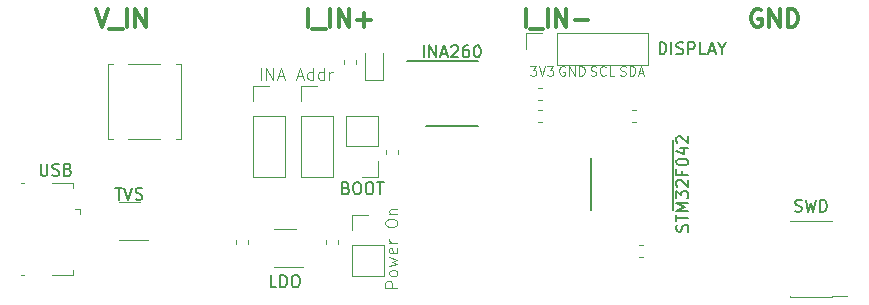
<source format=gbr>
G04 #@! TF.GenerationSoftware,KiCad,Pcbnew,(5.0.1-3-g963ef8bb5)*
G04 #@! TF.CreationDate,2018-11-12T01:28:12+01:00*
G04 #@! TF.ProjectId,MCUmeter,4D43556D657465722E6B696361645F70,rev?*
G04 #@! TF.SameCoordinates,Original*
G04 #@! TF.FileFunction,Legend,Top*
G04 #@! TF.FilePolarity,Positive*
%FSLAX46Y46*%
G04 Gerber Fmt 4.6, Leading zero omitted, Abs format (unit mm)*
G04 Created by KiCad (PCBNEW (5.0.1-3-g963ef8bb5)) date 2018 November 12, Monday 01:28:12*
%MOMM*%
%LPD*%
G01*
G04 APERTURE LIST*
%ADD10C,0.100000*%
%ADD11C,0.300000*%
%ADD12C,0.120000*%
%ADD13C,0.150000*%
G04 APERTURE END LIST*
D10*
X108275809Y-65476380D02*
X108275809Y-64476380D01*
X108752000Y-65476380D02*
X108752000Y-64476380D01*
X109323428Y-65476380D01*
X109323428Y-64476380D01*
X109752000Y-65190666D02*
X110228190Y-65190666D01*
X109656761Y-65476380D02*
X109990095Y-64476380D01*
X110323428Y-65476380D01*
X111371047Y-65190666D02*
X111847238Y-65190666D01*
X111275809Y-65476380D02*
X111609142Y-64476380D01*
X111942476Y-65476380D01*
X112704380Y-65476380D02*
X112704380Y-64476380D01*
X112704380Y-65428761D02*
X112609142Y-65476380D01*
X112418666Y-65476380D01*
X112323428Y-65428761D01*
X112275809Y-65381142D01*
X112228190Y-65285904D01*
X112228190Y-65000190D01*
X112275809Y-64904952D01*
X112323428Y-64857333D01*
X112418666Y-64809714D01*
X112609142Y-64809714D01*
X112704380Y-64857333D01*
X113609142Y-65476380D02*
X113609142Y-64476380D01*
X113609142Y-65428761D02*
X113513904Y-65476380D01*
X113323428Y-65476380D01*
X113228190Y-65428761D01*
X113180571Y-65381142D01*
X113132952Y-65285904D01*
X113132952Y-65000190D01*
X113180571Y-64904952D01*
X113228190Y-64857333D01*
X113323428Y-64809714D01*
X113513904Y-64809714D01*
X113609142Y-64857333D01*
X114085333Y-65476380D02*
X114085333Y-64809714D01*
X114085333Y-65000190D02*
X114132952Y-64904952D01*
X114180571Y-64857333D01*
X114275809Y-64809714D01*
X114371047Y-64809714D01*
X119832380Y-83089333D02*
X118832380Y-83089333D01*
X118832380Y-82708380D01*
X118880000Y-82613142D01*
X118927619Y-82565523D01*
X119022857Y-82517904D01*
X119165714Y-82517904D01*
X119260952Y-82565523D01*
X119308571Y-82613142D01*
X119356190Y-82708380D01*
X119356190Y-83089333D01*
X119832380Y-81946476D02*
X119784761Y-82041714D01*
X119737142Y-82089333D01*
X119641904Y-82136952D01*
X119356190Y-82136952D01*
X119260952Y-82089333D01*
X119213333Y-82041714D01*
X119165714Y-81946476D01*
X119165714Y-81803619D01*
X119213333Y-81708380D01*
X119260952Y-81660761D01*
X119356190Y-81613142D01*
X119641904Y-81613142D01*
X119737142Y-81660761D01*
X119784761Y-81708380D01*
X119832380Y-81803619D01*
X119832380Y-81946476D01*
X119165714Y-81279809D02*
X119832380Y-81089333D01*
X119356190Y-80898857D01*
X119832380Y-80708380D01*
X119165714Y-80517904D01*
X119784761Y-79756000D02*
X119832380Y-79851238D01*
X119832380Y-80041714D01*
X119784761Y-80136952D01*
X119689523Y-80184571D01*
X119308571Y-80184571D01*
X119213333Y-80136952D01*
X119165714Y-80041714D01*
X119165714Y-79851238D01*
X119213333Y-79756000D01*
X119308571Y-79708380D01*
X119403809Y-79708380D01*
X119499047Y-80184571D01*
X119832380Y-79279809D02*
X119165714Y-79279809D01*
X119356190Y-79279809D02*
X119260952Y-79232190D01*
X119213333Y-79184571D01*
X119165714Y-79089333D01*
X119165714Y-78994095D01*
X118832380Y-77708380D02*
X118832380Y-77517904D01*
X118880000Y-77422666D01*
X118975238Y-77327428D01*
X119165714Y-77279809D01*
X119499047Y-77279809D01*
X119689523Y-77327428D01*
X119784761Y-77422666D01*
X119832380Y-77517904D01*
X119832380Y-77708380D01*
X119784761Y-77803619D01*
X119689523Y-77898857D01*
X119499047Y-77946476D01*
X119165714Y-77946476D01*
X118975238Y-77898857D01*
X118880000Y-77803619D01*
X118832380Y-77708380D01*
X119165714Y-76851238D02*
X119832380Y-76851238D01*
X119260952Y-76851238D02*
X119213333Y-76803619D01*
X119165714Y-76708380D01*
X119165714Y-76565523D01*
X119213333Y-76470285D01*
X119308571Y-76422666D01*
X119832380Y-76422666D01*
X138728571Y-65093809D02*
X138842857Y-65131904D01*
X139033333Y-65131904D01*
X139109523Y-65093809D01*
X139147619Y-65055714D01*
X139185714Y-64979523D01*
X139185714Y-64903333D01*
X139147619Y-64827142D01*
X139109523Y-64789047D01*
X139033333Y-64750952D01*
X138880952Y-64712857D01*
X138804761Y-64674761D01*
X138766666Y-64636666D01*
X138728571Y-64560476D01*
X138728571Y-64484285D01*
X138766666Y-64408095D01*
X138804761Y-64370000D01*
X138880952Y-64331904D01*
X139071428Y-64331904D01*
X139185714Y-64370000D01*
X139528571Y-65131904D02*
X139528571Y-64331904D01*
X139719047Y-64331904D01*
X139833333Y-64370000D01*
X139909523Y-64446190D01*
X139947619Y-64522380D01*
X139985714Y-64674761D01*
X139985714Y-64789047D01*
X139947619Y-64941428D01*
X139909523Y-65017619D01*
X139833333Y-65093809D01*
X139719047Y-65131904D01*
X139528571Y-65131904D01*
X140290476Y-64903333D02*
X140671428Y-64903333D01*
X140214285Y-65131904D02*
X140480952Y-64331904D01*
X140747619Y-65131904D01*
X136207619Y-65093809D02*
X136321904Y-65131904D01*
X136512380Y-65131904D01*
X136588571Y-65093809D01*
X136626666Y-65055714D01*
X136664761Y-64979523D01*
X136664761Y-64903333D01*
X136626666Y-64827142D01*
X136588571Y-64789047D01*
X136512380Y-64750952D01*
X136360000Y-64712857D01*
X136283809Y-64674761D01*
X136245714Y-64636666D01*
X136207619Y-64560476D01*
X136207619Y-64484285D01*
X136245714Y-64408095D01*
X136283809Y-64370000D01*
X136360000Y-64331904D01*
X136550476Y-64331904D01*
X136664761Y-64370000D01*
X137464761Y-65055714D02*
X137426666Y-65093809D01*
X137312380Y-65131904D01*
X137236190Y-65131904D01*
X137121904Y-65093809D01*
X137045714Y-65017619D01*
X137007619Y-64941428D01*
X136969523Y-64789047D01*
X136969523Y-64674761D01*
X137007619Y-64522380D01*
X137045714Y-64446190D01*
X137121904Y-64370000D01*
X137236190Y-64331904D01*
X137312380Y-64331904D01*
X137426666Y-64370000D01*
X137464761Y-64408095D01*
X138188571Y-65131904D02*
X137807619Y-65131904D01*
X137807619Y-64331904D01*
X134010476Y-64370000D02*
X133934285Y-64331904D01*
X133820000Y-64331904D01*
X133705714Y-64370000D01*
X133629523Y-64446190D01*
X133591428Y-64522380D01*
X133553333Y-64674761D01*
X133553333Y-64789047D01*
X133591428Y-64941428D01*
X133629523Y-65017619D01*
X133705714Y-65093809D01*
X133820000Y-65131904D01*
X133896190Y-65131904D01*
X134010476Y-65093809D01*
X134048571Y-65055714D01*
X134048571Y-64789047D01*
X133896190Y-64789047D01*
X134391428Y-65131904D02*
X134391428Y-64331904D01*
X134848571Y-65131904D01*
X134848571Y-64331904D01*
X135229523Y-65131904D02*
X135229523Y-64331904D01*
X135420000Y-64331904D01*
X135534285Y-64370000D01*
X135610476Y-64446190D01*
X135648571Y-64522380D01*
X135686666Y-64674761D01*
X135686666Y-64789047D01*
X135648571Y-64941428D01*
X135610476Y-65017619D01*
X135534285Y-65093809D01*
X135420000Y-65131904D01*
X135229523Y-65131904D01*
X131089523Y-64331904D02*
X131584761Y-64331904D01*
X131318095Y-64636666D01*
X131432380Y-64636666D01*
X131508571Y-64674761D01*
X131546666Y-64712857D01*
X131584761Y-64789047D01*
X131584761Y-64979523D01*
X131546666Y-65055714D01*
X131508571Y-65093809D01*
X131432380Y-65131904D01*
X131203809Y-65131904D01*
X131127619Y-65093809D01*
X131089523Y-65055714D01*
X131813333Y-64331904D02*
X132080000Y-65131904D01*
X132346666Y-64331904D01*
X132537142Y-64331904D02*
X133032380Y-64331904D01*
X132765714Y-64636666D01*
X132880000Y-64636666D01*
X132956190Y-64674761D01*
X132994285Y-64712857D01*
X133032380Y-64789047D01*
X133032380Y-64979523D01*
X132994285Y-65055714D01*
X132956190Y-65093809D01*
X132880000Y-65131904D01*
X132651428Y-65131904D01*
X132575238Y-65093809D01*
X132537142Y-65055714D01*
D11*
X150622142Y-59575000D02*
X150479285Y-59503571D01*
X150265000Y-59503571D01*
X150050714Y-59575000D01*
X149907857Y-59717857D01*
X149836428Y-59860714D01*
X149765000Y-60146428D01*
X149765000Y-60360714D01*
X149836428Y-60646428D01*
X149907857Y-60789285D01*
X150050714Y-60932142D01*
X150265000Y-61003571D01*
X150407857Y-61003571D01*
X150622142Y-60932142D01*
X150693571Y-60860714D01*
X150693571Y-60360714D01*
X150407857Y-60360714D01*
X151336428Y-61003571D02*
X151336428Y-59503571D01*
X152193571Y-61003571D01*
X152193571Y-59503571D01*
X152907857Y-61003571D02*
X152907857Y-59503571D01*
X153265000Y-59503571D01*
X153479285Y-59575000D01*
X153622142Y-59717857D01*
X153693571Y-59860714D01*
X153765000Y-60146428D01*
X153765000Y-60360714D01*
X153693571Y-60646428D01*
X153622142Y-60789285D01*
X153479285Y-60932142D01*
X153265000Y-61003571D01*
X152907857Y-61003571D01*
X130707142Y-61003571D02*
X130707142Y-59503571D01*
X131064285Y-61146428D02*
X132207142Y-61146428D01*
X132564285Y-61003571D02*
X132564285Y-59503571D01*
X133278571Y-61003571D02*
X133278571Y-59503571D01*
X134135714Y-61003571D01*
X134135714Y-59503571D01*
X134850000Y-60432142D02*
X135992857Y-60432142D01*
X112292142Y-61003571D02*
X112292142Y-59503571D01*
X112649285Y-61146428D02*
X113792142Y-61146428D01*
X114149285Y-61003571D02*
X114149285Y-59503571D01*
X114863571Y-61003571D02*
X114863571Y-59503571D01*
X115720714Y-61003571D01*
X115720714Y-59503571D01*
X116435000Y-60432142D02*
X117577857Y-60432142D01*
X117006428Y-61003571D02*
X117006428Y-59860714D01*
X94305714Y-59503571D02*
X94805714Y-61003571D01*
X95305714Y-59503571D01*
X95448571Y-61146428D02*
X96591428Y-61146428D01*
X96948571Y-61003571D02*
X96948571Y-59503571D01*
X97662857Y-61003571D02*
X97662857Y-59503571D01*
X98520000Y-61003571D01*
X98520000Y-59503571D01*
D12*
G04 #@! TO.C,J6*
X111700000Y-65980000D02*
X113030000Y-65980000D01*
X111700000Y-67310000D02*
X111700000Y-65980000D01*
X111700000Y-68580000D02*
X114360000Y-68580000D01*
X114360000Y-68580000D02*
X114360000Y-73720000D01*
X111700000Y-68580000D02*
X111700000Y-73720000D01*
X111700000Y-73720000D02*
X114360000Y-73720000D01*
G04 #@! TO.C,J5*
X107636000Y-73720000D02*
X110296000Y-73720000D01*
X107636000Y-68580000D02*
X107636000Y-73720000D01*
X110296000Y-68580000D02*
X110296000Y-73720000D01*
X107636000Y-68580000D02*
X110296000Y-68580000D01*
X107636000Y-67310000D02*
X107636000Y-65980000D01*
X107636000Y-65980000D02*
X108966000Y-65980000D01*
G04 #@! TO.C,J9*
X116018000Y-82102000D02*
X118678000Y-82102000D01*
X116018000Y-79502000D02*
X116018000Y-82102000D01*
X118678000Y-79502000D02*
X118678000Y-82102000D01*
X116018000Y-79502000D02*
X118678000Y-79502000D01*
X116018000Y-78232000D02*
X116018000Y-76902000D01*
X116018000Y-76902000D02*
X117348000Y-76902000D01*
G04 #@! TO.C,C1*
X114810000Y-79385279D02*
X114810000Y-79059721D01*
X113790000Y-79385279D02*
X113790000Y-79059721D01*
G04 #@! TO.C,C2*
X139689721Y-68070000D02*
X140015279Y-68070000D01*
X139689721Y-69090000D02*
X140015279Y-69090000D01*
G04 #@! TO.C,C3*
X140324721Y-80520000D02*
X140650279Y-80520000D01*
X140324721Y-79500000D02*
X140650279Y-79500000D01*
G04 #@! TO.C,C4*
X106170000Y-79385279D02*
X106170000Y-79059721D01*
X107190000Y-79385279D02*
X107190000Y-79059721D01*
G04 #@! TO.C,C5*
X131764721Y-66165000D02*
X132090279Y-66165000D01*
X131764721Y-67185000D02*
X132090279Y-67185000D01*
G04 #@! TO.C,C6*
X131764721Y-69090000D02*
X132090279Y-69090000D01*
X131764721Y-68070000D02*
X132090279Y-68070000D01*
G04 #@! TO.C,D1*
X117121000Y-63182500D02*
X117121000Y-65467500D01*
X117121000Y-65467500D02*
X118591000Y-65467500D01*
X118591000Y-65467500D02*
X118591000Y-63182500D01*
G04 #@! TO.C,SWD*
X156623000Y-83880000D02*
X153093000Y-83880000D01*
X156623000Y-77410000D02*
X153093000Y-77410000D01*
X157948000Y-83815000D02*
X156623000Y-83815000D01*
X156623000Y-83880000D02*
X156623000Y-83815000D01*
X153093000Y-83880000D02*
X153093000Y-83815000D01*
X156623000Y-77475000D02*
X156623000Y-77410000D01*
X153093000Y-77475000D02*
X153093000Y-77410000D01*
G04 #@! TO.C,USB*
X92408000Y-74205000D02*
X92408000Y-74655000D01*
X90558000Y-74205000D02*
X92408000Y-74205000D01*
X88008000Y-82005000D02*
X88258000Y-82005000D01*
X88008000Y-74205000D02*
X88258000Y-74205000D01*
X90558000Y-82005000D02*
X92408000Y-82005000D01*
X92408000Y-82005000D02*
X92408000Y-81555000D01*
X92958000Y-76405000D02*
X92958000Y-76855000D01*
X92958000Y-76405000D02*
X92508000Y-76405000D01*
G04 #@! TO.C,R1*
X118870000Y-71439721D02*
X118870000Y-71765279D01*
X119890000Y-71439721D02*
X119890000Y-71765279D01*
G04 #@! TO.C,R2*
X116334000Y-63819721D02*
X116334000Y-64145279D01*
X115314000Y-63819721D02*
X115314000Y-64145279D01*
G04 #@! TO.C,SW1*
X95775000Y-64160000D02*
X95325000Y-64160000D01*
X95325000Y-64160000D02*
X95325000Y-70460000D01*
X95325000Y-70460000D02*
X95725000Y-70460000D01*
X97075000Y-64160000D02*
X99775000Y-64160000D01*
X99775000Y-70460000D02*
X97075000Y-70460000D01*
X101525000Y-64160000D02*
X101525000Y-70460000D01*
X101525000Y-70460000D02*
X101075000Y-70460000D01*
X101075000Y-64160000D02*
X101525000Y-64160000D01*
G04 #@! TO.C,LDO*
X111220000Y-78080000D02*
X109420000Y-78080000D01*
X109420000Y-81300000D02*
X111870000Y-81300000D01*
D13*
G04 #@! TO.C,STM32F042*
X136250000Y-72070000D02*
X136250000Y-76520000D01*
X143150000Y-70545000D02*
X143150000Y-76520000D01*
D12*
G04 #@! TO.C,TVS*
X98055000Y-75860000D02*
X96255000Y-75860000D01*
X96255000Y-79080000D02*
X98705000Y-79080000D01*
D13*
G04 #@! TO.C,INA260*
X122260000Y-69400000D02*
X126660000Y-69400000D01*
X120685000Y-63875000D02*
X126660000Y-63875000D01*
D12*
G04 #@! TO.C,DISPLAY*
X133350000Y-64195000D02*
X133350000Y-61535000D01*
X133350000Y-64195000D02*
X141030000Y-64195000D01*
X141030000Y-64195000D02*
X141030000Y-61535000D01*
X133350000Y-61535000D02*
X141030000Y-61535000D01*
X130750000Y-61535000D02*
X132080000Y-61535000D01*
X130750000Y-62865000D02*
X130750000Y-61535000D01*
G04 #@! TO.C,BOOT*
X118170000Y-68520000D02*
X115510000Y-68520000D01*
X118170000Y-71120000D02*
X118170000Y-68520000D01*
X115510000Y-71120000D02*
X115510000Y-68520000D01*
X118170000Y-71120000D02*
X115510000Y-71120000D01*
X118170000Y-72390000D02*
X118170000Y-73720000D01*
X118170000Y-73720000D02*
X116840000Y-73720000D01*
G04 #@! TO.C,SWD*
D13*
X153500857Y-76604761D02*
X153643714Y-76652380D01*
X153881809Y-76652380D01*
X153977047Y-76604761D01*
X154024666Y-76557142D01*
X154072285Y-76461904D01*
X154072285Y-76366666D01*
X154024666Y-76271428D01*
X153977047Y-76223809D01*
X153881809Y-76176190D01*
X153691333Y-76128571D01*
X153596095Y-76080952D01*
X153548476Y-76033333D01*
X153500857Y-75938095D01*
X153500857Y-75842857D01*
X153548476Y-75747619D01*
X153596095Y-75700000D01*
X153691333Y-75652380D01*
X153929428Y-75652380D01*
X154072285Y-75700000D01*
X154405619Y-75652380D02*
X154643714Y-76652380D01*
X154834190Y-75938095D01*
X155024666Y-76652380D01*
X155262761Y-75652380D01*
X155643714Y-76652380D02*
X155643714Y-75652380D01*
X155881809Y-75652380D01*
X156024666Y-75700000D01*
X156119904Y-75795238D01*
X156167523Y-75890476D01*
X156215142Y-76080952D01*
X156215142Y-76223809D01*
X156167523Y-76414285D01*
X156119904Y-76509523D01*
X156024666Y-76604761D01*
X155881809Y-76652380D01*
X155643714Y-76652380D01*
G04 #@! TO.C,USB*
X89637595Y-72604380D02*
X89637595Y-73413904D01*
X89685214Y-73509142D01*
X89732833Y-73556761D01*
X89828071Y-73604380D01*
X90018547Y-73604380D01*
X90113785Y-73556761D01*
X90161404Y-73509142D01*
X90209023Y-73413904D01*
X90209023Y-72604380D01*
X90637595Y-73556761D02*
X90780452Y-73604380D01*
X91018547Y-73604380D01*
X91113785Y-73556761D01*
X91161404Y-73509142D01*
X91209023Y-73413904D01*
X91209023Y-73318666D01*
X91161404Y-73223428D01*
X91113785Y-73175809D01*
X91018547Y-73128190D01*
X90828071Y-73080571D01*
X90732833Y-73032952D01*
X90685214Y-72985333D01*
X90637595Y-72890095D01*
X90637595Y-72794857D01*
X90685214Y-72699619D01*
X90732833Y-72652000D01*
X90828071Y-72604380D01*
X91066166Y-72604380D01*
X91209023Y-72652000D01*
X91970928Y-73080571D02*
X92113785Y-73128190D01*
X92161404Y-73175809D01*
X92209023Y-73271047D01*
X92209023Y-73413904D01*
X92161404Y-73509142D01*
X92113785Y-73556761D01*
X92018547Y-73604380D01*
X91637595Y-73604380D01*
X91637595Y-72604380D01*
X91970928Y-72604380D01*
X92066166Y-72652000D01*
X92113785Y-72699619D01*
X92161404Y-72794857D01*
X92161404Y-72890095D01*
X92113785Y-72985333D01*
X92066166Y-73032952D01*
X91970928Y-73080571D01*
X91637595Y-73080571D01*
G04 #@! TO.C,LDO*
X109605714Y-83042380D02*
X109129523Y-83042380D01*
X109129523Y-82042380D01*
X109939047Y-83042380D02*
X109939047Y-82042380D01*
X110177142Y-82042380D01*
X110320000Y-82090000D01*
X110415238Y-82185238D01*
X110462857Y-82280476D01*
X110510476Y-82470952D01*
X110510476Y-82613809D01*
X110462857Y-82804285D01*
X110415238Y-82899523D01*
X110320000Y-82994761D01*
X110177142Y-83042380D01*
X109939047Y-83042380D01*
X111129523Y-82042380D02*
X111320000Y-82042380D01*
X111415238Y-82090000D01*
X111510476Y-82185238D01*
X111558095Y-82375714D01*
X111558095Y-82709047D01*
X111510476Y-82899523D01*
X111415238Y-82994761D01*
X111320000Y-83042380D01*
X111129523Y-83042380D01*
X111034285Y-82994761D01*
X110939047Y-82899523D01*
X110891428Y-82709047D01*
X110891428Y-82375714D01*
X110939047Y-82185238D01*
X111034285Y-82090000D01*
X111129523Y-82042380D01*
G04 #@! TO.C,STM32F042*
X144404761Y-78342619D02*
X144452380Y-78199761D01*
X144452380Y-77961666D01*
X144404761Y-77866428D01*
X144357142Y-77818809D01*
X144261904Y-77771190D01*
X144166666Y-77771190D01*
X144071428Y-77818809D01*
X144023809Y-77866428D01*
X143976190Y-77961666D01*
X143928571Y-78152142D01*
X143880952Y-78247380D01*
X143833333Y-78295000D01*
X143738095Y-78342619D01*
X143642857Y-78342619D01*
X143547619Y-78295000D01*
X143500000Y-78247380D01*
X143452380Y-78152142D01*
X143452380Y-77914047D01*
X143500000Y-77771190D01*
X143452380Y-77485476D02*
X143452380Y-76914047D01*
X144452380Y-77199761D02*
X143452380Y-77199761D01*
X144452380Y-76580714D02*
X143452380Y-76580714D01*
X144166666Y-76247380D01*
X143452380Y-75914047D01*
X144452380Y-75914047D01*
X143452380Y-75533095D02*
X143452380Y-74914047D01*
X143833333Y-75247380D01*
X143833333Y-75104523D01*
X143880952Y-75009285D01*
X143928571Y-74961666D01*
X144023809Y-74914047D01*
X144261904Y-74914047D01*
X144357142Y-74961666D01*
X144404761Y-75009285D01*
X144452380Y-75104523D01*
X144452380Y-75390238D01*
X144404761Y-75485476D01*
X144357142Y-75533095D01*
X143547619Y-74533095D02*
X143500000Y-74485476D01*
X143452380Y-74390238D01*
X143452380Y-74152142D01*
X143500000Y-74056904D01*
X143547619Y-74009285D01*
X143642857Y-73961666D01*
X143738095Y-73961666D01*
X143880952Y-74009285D01*
X144452380Y-74580714D01*
X144452380Y-73961666D01*
X143928571Y-73199761D02*
X143928571Y-73533095D01*
X144452380Y-73533095D02*
X143452380Y-73533095D01*
X143452380Y-73056904D01*
X143452380Y-72485476D02*
X143452380Y-72390238D01*
X143500000Y-72295000D01*
X143547619Y-72247380D01*
X143642857Y-72199761D01*
X143833333Y-72152142D01*
X144071428Y-72152142D01*
X144261904Y-72199761D01*
X144357142Y-72247380D01*
X144404761Y-72295000D01*
X144452380Y-72390238D01*
X144452380Y-72485476D01*
X144404761Y-72580714D01*
X144357142Y-72628333D01*
X144261904Y-72675952D01*
X144071428Y-72723571D01*
X143833333Y-72723571D01*
X143642857Y-72675952D01*
X143547619Y-72628333D01*
X143500000Y-72580714D01*
X143452380Y-72485476D01*
X143785714Y-71295000D02*
X144452380Y-71295000D01*
X143404761Y-71533095D02*
X144119047Y-71771190D01*
X144119047Y-71152142D01*
X143547619Y-70818809D02*
X143500000Y-70771190D01*
X143452380Y-70675952D01*
X143452380Y-70437857D01*
X143500000Y-70342619D01*
X143547619Y-70295000D01*
X143642857Y-70247380D01*
X143738095Y-70247380D01*
X143880952Y-70295000D01*
X144452380Y-70866428D01*
X144452380Y-70247380D01*
G04 #@! TO.C,TVS*
X95964523Y-74636380D02*
X96535952Y-74636380D01*
X96250238Y-75636380D02*
X96250238Y-74636380D01*
X96726428Y-74636380D02*
X97059761Y-75636380D01*
X97393095Y-74636380D01*
X97678809Y-75588761D02*
X97821666Y-75636380D01*
X98059761Y-75636380D01*
X98155000Y-75588761D01*
X98202619Y-75541142D01*
X98250238Y-75445904D01*
X98250238Y-75350666D01*
X98202619Y-75255428D01*
X98155000Y-75207809D01*
X98059761Y-75160190D01*
X97869285Y-75112571D01*
X97774047Y-75064952D01*
X97726428Y-75017333D01*
X97678809Y-74922095D01*
X97678809Y-74826857D01*
X97726428Y-74731619D01*
X97774047Y-74684000D01*
X97869285Y-74636380D01*
X98107380Y-74636380D01*
X98250238Y-74684000D01*
G04 #@! TO.C,INA260*
X122079047Y-63577380D02*
X122079047Y-62577380D01*
X122555238Y-63577380D02*
X122555238Y-62577380D01*
X123126666Y-63577380D01*
X123126666Y-62577380D01*
X123555238Y-63291666D02*
X124031428Y-63291666D01*
X123460000Y-63577380D02*
X123793333Y-62577380D01*
X124126666Y-63577380D01*
X124412380Y-62672619D02*
X124460000Y-62625000D01*
X124555238Y-62577380D01*
X124793333Y-62577380D01*
X124888571Y-62625000D01*
X124936190Y-62672619D01*
X124983809Y-62767857D01*
X124983809Y-62863095D01*
X124936190Y-63005952D01*
X124364761Y-63577380D01*
X124983809Y-63577380D01*
X125840952Y-62577380D02*
X125650476Y-62577380D01*
X125555238Y-62625000D01*
X125507619Y-62672619D01*
X125412380Y-62815476D01*
X125364761Y-63005952D01*
X125364761Y-63386904D01*
X125412380Y-63482142D01*
X125460000Y-63529761D01*
X125555238Y-63577380D01*
X125745714Y-63577380D01*
X125840952Y-63529761D01*
X125888571Y-63482142D01*
X125936190Y-63386904D01*
X125936190Y-63148809D01*
X125888571Y-63053571D01*
X125840952Y-63005952D01*
X125745714Y-62958333D01*
X125555238Y-62958333D01*
X125460000Y-63005952D01*
X125412380Y-63053571D01*
X125364761Y-63148809D01*
X126555238Y-62577380D02*
X126650476Y-62577380D01*
X126745714Y-62625000D01*
X126793333Y-62672619D01*
X126840952Y-62767857D01*
X126888571Y-62958333D01*
X126888571Y-63196428D01*
X126840952Y-63386904D01*
X126793333Y-63482142D01*
X126745714Y-63529761D01*
X126650476Y-63577380D01*
X126555238Y-63577380D01*
X126460000Y-63529761D01*
X126412380Y-63482142D01*
X126364761Y-63386904D01*
X126317142Y-63196428D01*
X126317142Y-62958333D01*
X126364761Y-62767857D01*
X126412380Y-62672619D01*
X126460000Y-62625000D01*
X126555238Y-62577380D01*
G04 #@! TO.C,DISPLAY*
X142041904Y-63317380D02*
X142041904Y-62317380D01*
X142280000Y-62317380D01*
X142422857Y-62365000D01*
X142518095Y-62460238D01*
X142565714Y-62555476D01*
X142613333Y-62745952D01*
X142613333Y-62888809D01*
X142565714Y-63079285D01*
X142518095Y-63174523D01*
X142422857Y-63269761D01*
X142280000Y-63317380D01*
X142041904Y-63317380D01*
X143041904Y-63317380D02*
X143041904Y-62317380D01*
X143470476Y-63269761D02*
X143613333Y-63317380D01*
X143851428Y-63317380D01*
X143946666Y-63269761D01*
X143994285Y-63222142D01*
X144041904Y-63126904D01*
X144041904Y-63031666D01*
X143994285Y-62936428D01*
X143946666Y-62888809D01*
X143851428Y-62841190D01*
X143660952Y-62793571D01*
X143565714Y-62745952D01*
X143518095Y-62698333D01*
X143470476Y-62603095D01*
X143470476Y-62507857D01*
X143518095Y-62412619D01*
X143565714Y-62365000D01*
X143660952Y-62317380D01*
X143899047Y-62317380D01*
X144041904Y-62365000D01*
X144470476Y-63317380D02*
X144470476Y-62317380D01*
X144851428Y-62317380D01*
X144946666Y-62365000D01*
X144994285Y-62412619D01*
X145041904Y-62507857D01*
X145041904Y-62650714D01*
X144994285Y-62745952D01*
X144946666Y-62793571D01*
X144851428Y-62841190D01*
X144470476Y-62841190D01*
X145946666Y-63317380D02*
X145470476Y-63317380D01*
X145470476Y-62317380D01*
X146232380Y-63031666D02*
X146708571Y-63031666D01*
X146137142Y-63317380D02*
X146470476Y-62317380D01*
X146803809Y-63317380D01*
X147327619Y-62841190D02*
X147327619Y-63317380D01*
X146994285Y-62317380D02*
X147327619Y-62841190D01*
X147660952Y-62317380D01*
G04 #@! TO.C,BOOT*
X115482857Y-74648571D02*
X115625714Y-74696190D01*
X115673333Y-74743809D01*
X115720952Y-74839047D01*
X115720952Y-74981904D01*
X115673333Y-75077142D01*
X115625714Y-75124761D01*
X115530476Y-75172380D01*
X115149523Y-75172380D01*
X115149523Y-74172380D01*
X115482857Y-74172380D01*
X115578095Y-74220000D01*
X115625714Y-74267619D01*
X115673333Y-74362857D01*
X115673333Y-74458095D01*
X115625714Y-74553333D01*
X115578095Y-74600952D01*
X115482857Y-74648571D01*
X115149523Y-74648571D01*
X116340000Y-74172380D02*
X116530476Y-74172380D01*
X116625714Y-74220000D01*
X116720952Y-74315238D01*
X116768571Y-74505714D01*
X116768571Y-74839047D01*
X116720952Y-75029523D01*
X116625714Y-75124761D01*
X116530476Y-75172380D01*
X116340000Y-75172380D01*
X116244761Y-75124761D01*
X116149523Y-75029523D01*
X116101904Y-74839047D01*
X116101904Y-74505714D01*
X116149523Y-74315238D01*
X116244761Y-74220000D01*
X116340000Y-74172380D01*
X117387619Y-74172380D02*
X117578095Y-74172380D01*
X117673333Y-74220000D01*
X117768571Y-74315238D01*
X117816190Y-74505714D01*
X117816190Y-74839047D01*
X117768571Y-75029523D01*
X117673333Y-75124761D01*
X117578095Y-75172380D01*
X117387619Y-75172380D01*
X117292380Y-75124761D01*
X117197142Y-75029523D01*
X117149523Y-74839047D01*
X117149523Y-74505714D01*
X117197142Y-74315238D01*
X117292380Y-74220000D01*
X117387619Y-74172380D01*
X118101904Y-74172380D02*
X118673333Y-74172380D01*
X118387619Y-75172380D02*
X118387619Y-74172380D01*
G04 #@! TD*
M02*

</source>
